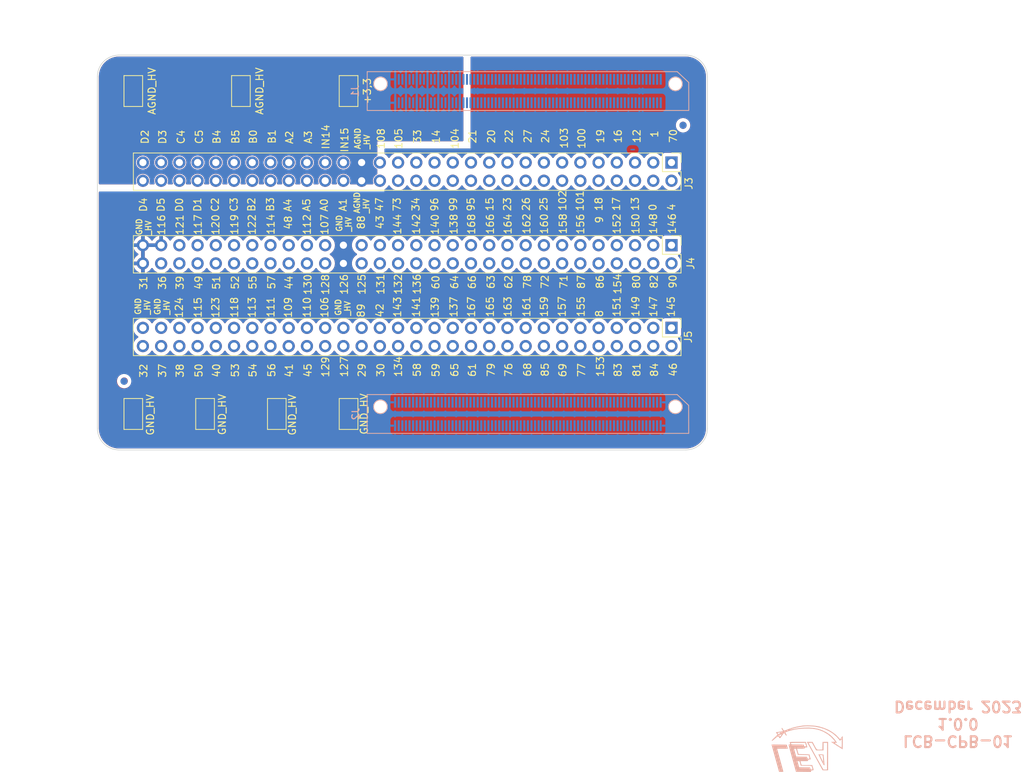
<source format=kicad_pcb>
(kicad_pcb (version 20221018) (generator pcbnew)
  (title_block (date "2023-12-14") (company "LEA Universität Paderborn"))
  (layers (0 "F.Cu" signal) (1 "In1.Cu" signal) (2 "In2.Cu" signal) (31 "B.Cu" signal) (34 "B.Paste" user) (35 "F.Paste" user) (36 "B.SilkS" user "B.Silkscreen") (37 "F.SilkS" user "F.Silkscreen") (38 "B.Mask" user) (39 "F.Mask" user) (44 "Edge.Cuts" user))
  (net 0 "")
  (net 1 "FreePin1")
  (net 2 "FreePin2")
  (net 3 "MCAN_RX|GPIO70")
  (net 4 "MCAN_TX|GPIO4")
  (net 5 "I2CA_SCL|GPIO1")
  (net 6 "I2CA_SDA|GPIO0")
  (net 7 "SCIC_TX|GPIO12")
  (net 8 "SCIC_RX|GPIO13")
  (net 9 "SPIA_MOSI|GPIO16")
  (net 10 "SPIA_MISO|GPIO17")
  (net 11 "SPIA_STEn|GPIO19")
  (net 12 "SPIA_CLK|GPIO18")
  (net 13 "SPIC_MOSI|GPIO100")
  (net 14 "SPIC_MISO|GPIO101")
  (net 15 "SPIC_STEn|GPIO103")
  (net 16 "SPIC_CLK|GPIO102")
  (net 17 "SPIB_MOSI|GPIO24")
  (net 18 "SPIB_MISO|GPIO25")
  (net 19 "SPIB_STEn|GPIO27")
  (net 20 "SPIB_CLK|GPIO26")
  (net 21 "SCIB_TX|GPIO22")
  (net 22 "SCIB_RX|GPIO23")
  (net 23 "GPIO20_nErr1")
  (net 24 "GPIO15_Err1")
  (net 25 "GPIO21_nErr2")
  (net 26 "GPIO95_Err2")
  (net 27 "GPIO104_nErr3")
  (net 28 "GPIO99_Err3")
  (net 29 "GPIO14_nErr4")
  (net 30 "GPIO96_Err4")
  (net 31 "GPIO33")
  (net 32 "GPIO34")
  (net 33 "ENET_MDIO_CLK|GPIO105")
  (net 34 "ENET_RMII_CLK|GPIO73")
  (net 35 "ENET_MII_INTR|GPIO108")
  (net 36 "ENET_PPSO|GPIO47")
  (net 37 "ENET_MDIO_DATA|GPIO106")
  (net 38 "ENET_REVMII_MDIO_RST|GPIO107")
  (net 39 "ENET_MII_COL|GPIO110")
  (net 40 "ENET_MII_CRS|GPIO109")
  (net 41 "ENET_MII_RX_CLK|GPIO111")
  (net 42 "ENET_MII_RX_Data0|GPIO114")
  (net 43 "ENET_MII_RX_ERR|GPIO113")
  (net 44 "ENET_MII_TX_Data1|GPIO122")
  (net 45 "ENET_MII_TX_EN|GPIO118")
  (net 46 "ENET_MII_TX_ERR|GPIO119")
  (net 47 "ENET_MII_TX_Data2|GPIO123")
  (net 48 "ENET_MII_TX_CLK|GPIO120")
  (net 49 "ENET_MII_RX_Data1|GPIO115")
  (net 50 "ENET_MII_RX_Data3|GPIO117")
  (net 51 "ENET_MII_TX_Data3|GPIO124")
  (net 52 "ENET_MII_TX_Data0|GPIO121")
  (net 53 "ENET_CLK_25MHz")
  (net 54 "ENET_MII_RX_Data2|GPIO116")
  (net 55 "FreePin3")
  (net 56 "FreePin4")
  (net 57 "FreePin5")
  (net 58 "FreePin6")
  (net 59 "FreePin7")
  (net 60 "FreePin8")
  (net 61 "ADC_IN15_N")
  (net 62 "ADC_A1_N")
  (net 63 "ADC_IN14_P")
  (net 64 "ADC_A0_P")
  (net 65 "ADC_A3_N")
  (net 66 "ADC_A5_N")
  (net 67 "ADC_A2_P")
  (net 68 "ADC_A4_P")
  (net 69 "ADC_B1_N")
  (net 70 "ADC_B3_N")
  (net 71 "ADC_B0_P")
  (net 72 "ADC_B2_P")
  (net 73 "ADC_B5_N")
  (net 74 "ADC_C3_N")
  (net 75 "ADC_B4_P")
  (net 76 "ADC_C2_P")
  (net 77 "ADC_C5_N")
  (net 78 "ADC_D1_N")
  (net 79 "ADC_C4_P")
  (net 80 "ADC_D0_P")
  (net 81 "ADC_D3_N")
  (net 82 "ADC_D5_N")
  (net 83 "ADC_D2_P")
  (net 84 "ADC_D4_P")
  (net 85 "EPWM1A|GPIO145")
  (net 86 "EPWM1B|GPIO146")
  (net 87 "EPWM2A|GPIO147")
  (net 88 "EPWM2B|GPIO148")
  (net 89 "EPWM3B|GPIO150")
  (net 90 "EPWM4A|GPIO151")
  (net 91 "EPWM4B|GPIO152")
  (net 92 "EPWM5A|GPIO8")
  (net 93 "EPWM5B|GPIO9")
  (net 94 "EPWM6A|GPIO155")
  (net 95 "EPWM6B|GPIO156")
  (net 96 "EPWM7A|GPIO157")
  (net 97 "EPWM7B|GPIO158")
  (net 98 "EPWM8A|GPIO159")
  (net 99 "EPWM8B|GPIO160")
  (net 100 "EPWM9A|GPIO161")
  (net 101 "EPWM9B|GPIO162")
  (net 102 "EPWM10A|GPIO163")
  (net 103 "EPWM10B|GPIO164")
  (net 104 "EPWM11A|GPIO165")
  (net 105 "EPWM11B|GPIO166")
  (net 106 "EPWM12A|GPIO167")
  (net 107 "EPWM12B|GPIO168")
  (net 108 "EPWM13A|GPIO137")
  (net 109 "EPWM13B|GPIO138")
  (net 110 "EPWM14A|GPIO139")
  (net 111 "EPWM14B|GPIO140")
  (net 112 "EPWM15A|GPIO141")
  (net 113 "EPWM15B|GPIO142")
  (net 114 "EPWM16A|GPIO143")
  (net 115 "EPWM16B|GPIO144")
  (net 116 "UARTA_TX|GPIO42")
  (net 117 "UARTA_RX|GPIO43")
  (net 118 "ESC_TX0_DATA2|GPIO89")
  (net 119 "ESC_TX0_DATA1|GPIO88")
  (net 120 "ESC_TX0_DATA3|GPIO90")
  (net 121 "ESC_MDIO_CLK|GPIO46")
  (net 122 "ESC_RX0_DATA2|GPIO82")
  (net 123 "ESC_TX0_ENA|GPIO84")
  (net 124 "ESC_RX0_DATA0|GPIO80")
  (net 125 "ESC_RX0_DATA1|GPIO81")
  (net 126 "ESC_PHY_CLK|GPIO154")
  (net 127 "ESC_RX0_DATA3|GPIO83")
  (net 128 "ESC_PHY0_LINKSTATUS|GPIO86")
  (net 129 "ESC_MDIO_DATA|GPIO153")
  (net 130 "ESC_TX0_DATA0|GPIO87")
  (net 131 "ESC_RX0_CLK|GPIO77")
  (net 132 "ESC_RX1_ERR|GPIO71")
  (net 133 "ESC_RX1_CLK|GPIO69")
  (net 134 "ESC_TX1_DATA3|GPIO72")
  (net 135 "ESC_TX0_CLK|GPIO85")
  (net 136 "ESC_RX0_DV|GPIO78")
  (net 137 "ESC_PHY1_LINKSTATUS|GPIO68")
  (net 138 "ESC_LED_STATE_RUN|GPIO62")
  (net 139 "ESC_PHY_RESETn|GPIO76")
  (net 140 "ESC_RX1_DATA0|GPIO63")
  (net 141 "ESC_RX0_ERR|GPIO79")
  (net 142 "ESC_RX1_DATA3|GPIO66")
  (net 143 "ESC_LED_RUN|GPIO61")
  (net 144 "ESC_RX1_DATA1|GPIO64")
  (net 145 "ESC_RX1_DATA2|GPIO65")
  (net 146 "ESC_LED_ERR|GPIO60")
  (net 147 "ESC_LED_LINK1_ACTIVE|GPIO59")
  (net 148 "ESC_RX1_DV|GPIO136")
  (net 149 "ESC_LED_LINK0_ACTIVE|GPIO58")
  (net 150 "ESC_TX1_DATA1|GPIO132")
  (net 151 "ESC_TX1_DATA2|GPIO134")
  (net 152 "ESC_TX1_DATA0|GPIO131")
  (net 153 "ESC_I2C_SCL|GPIO30")
  (net 154 "ESC_LATCH0|GPIO125")
  (net 155 "ESC_I2C_SDA|GPIO29")
  (net 156 "ESC_LATCH1|GPIO126")
  (net 157 "ESC_SYNC0|GPIO127")
  (net 158 "ESC_SYNC1|GPIO128")
  (net 159 "ESC_TX1_ENA|GPIO129")
  (net 160 "ESC_TX1_CLK|GPIO130")
  (net 161 "GPIO45")
  (net 162 "GPIO44")
  (net 163 "GPIO41")
  (net 164 "SSIA_FSS|GPIO57")
  (net 165 "SSIA_CLK|GPIO56")
  (net 166 "SSIA_RX|GPIO55")
  (net 167 "SSIA_TX|GPIO54")
  (net 168 "GPIO52")
  (net 169 "GPIO53")
  (net 170 "GPIO51")
  (net 171 "GPIO40")
  (net 172 "GPIO49")
  (net 173 "GPIO50")
  (net 174 "CANB_RX|GPIO39")
  (net 175 "CANB_TX|GPIO38")
  (net 176 "CANA_RX|GPIO36")
  (net 177 "CANA_TX|GPIO37")
  (net 178 "CM-I2CA_SDA|GPIO31")
  (net 179 "CM-I2CA_SCL|GPIO32")
  (net 186 "ENET_MII_RX_DV|GPIO112")
  (net 187 "ENET_PPS1|GPIO48")
  (net 188 "P1_CLK_25MHz")
  (net 189 "P0_CLK_25MHz")
  (net 190 "+3V3_Connector_HV")
  (net 191 "GND_HV")
  (net 192 "AGND_HV")
  (net 193 "EPWM3A|GPIO149")
  (footprint "LEA_FootprintLibrary:TestPoint_KeystoneElectronics5019" (layer "F.Cu") (at 115.349522 56.709522 -90)
    (fp_text reference "AGND_HV")
    (fp_text value "TP_Keystone_Electronics_5019" hide)
  )
  (footprint "LEA_FootprintLibrary:PinHeader_2x30_P2.54mm_Vertical" (layer "F.Cu") (at 175.349522 89.709522 -90)
    (fp_text reference "J5")
    (fp_text value "02x30_Row_Letter_Last")
  )
  (footprint "LEA_FootprintLibrary:TestPoint_KeystoneElectronics5019" (layer "F.Cu") (at 100.349522 101.709522 -90)
    (fp_text reference "TP7" hide)
    (fp_text value "TP_Keystone_Electronics_5019" hide)
  )
  (footprint "LEA_FootprintLibrary:Fiducials_medium" (layer "F.Cu") (at 99.089522 97.119522)
    (fp_text reference "O4" hide)
    (fp_text value "Fiducial_medium" hide)
  )
  (footprint "LEA_FootprintLibrary:TestPoint_KeystoneElectronics5019" (layer "F.Cu") (at 130.349522 56.709522 -90)
    (fp_text reference "+3,3")
    (fp_text value "TP_Keystone_Electronics_5019" hide)
  )
  (footprint "LEA_FootprintLibrary:TestPoint_KeystoneElectronics5019" (layer "F.Cu") (at 110.349522 101.709522 -90)
    (fp_text reference "GND_HV")
    (fp_text value "TP_Keystone_Electronics_5019" hide)
  )
  (footprint "LEA_FootprintLibrary:PinHeader_2x30_P2.54mm_Vertical" (layer "F.Cu") (at 175.349522 78.189522 -90)
    (fp_text reference "J4")
    (fp_text value "02x30_Row_Letter_Last" hide)
  )
  (footprint "LEA_FootprintLibrary:Fiducials_medium" (layer "F.Cu") (at 176.959522 61.479522)
    (fp_text reference "O5" hide)
    (fp_text value "Fiducial_medium" hide)
  )
  (footprint "LEA_FootprintLibrary:TestPoint_KeystoneElectronics5019" (layer "F.Cu") (at 130.349522 101.709522 -90)
    (fp_text reference "GND_HV")
    (fp_text value "TP_Keystone_Electronics_5019" hide)
  )
  (footprint "LEA_FootprintLibrary:TestPoint_KeystoneElectronics5019" (layer "F.Cu") (at 100.349522 56.709522 -90)
    (fp_text reference "AGND_HV")
    (fp_text value "TP_Keystone_Electronics_5019" hide)
  )
  (footprint "LEA_FootprintLibrary:PinHeader_2x30_P2.54mm_Vertical" (layer "F.Cu") (at 175.349522 66.669522 -90)
    (fp_text reference "J3")
    (fp_text value "02x30_Row_Letter_Last")
  )
  (footprint "LEA_FootprintLibrary:TestPoint_KeystoneElectronics5019" (layer "F.Cu") (at 120.349522 101.709522 -90)
    (fp_text reference "GND_HV")
    (fp_text value "TP_Keystone_Electronics_5019" hide)
  )
  (footprint "LEA_FootprintLibrary:ERM5-075-05.0-L-DV" (layer "B.Cu") (at 155.349522 56.709522 180)
    (fp_text reference "J1")
    (fp_text value "ERM5-075-05.0-L-DV-K-TR" hide)
  )
  (footprint "LEA_FootprintLibrary:SYM_lea_logo" (layer "B.Cu") (at 193.529522 149.819522)
    (fp_text reference "O1" hide)
    (fp_text value "SYM_LEA_Logo")
  )
  (footprint "LEA_FootprintLibrary:ERM5-075-05.0-L-DV" (layer "B.Cu") (at 155.339522 101.709522 180)
    (fp_text reference "J2")
    (fp_text value "ERM5-075-05.0-L-DV-K-TR" hide)
  )
  (footprint "LEA_FootprintLibrary:Fiducials_medium" (layer "B.Cu") (at 99.059522 97.149522 180)
    (fp_text reference "O2" hide)
    (fp_text value "Fiducial_medium" hide)
  )
  (footprint "LEA_FootprintLibrary:Fiducials_medium" (layer "B.Cu") (at 176.959522 61.479522 180)
    (fp_text reference "O3" hide)
    (fp_text value "Fiducial_medium" hide)
  )
  (gr_line (start 169.719522 64.859522) (end 170.169522 64.859522) (stroke (width 0.2)) (layer "B.Cu"))
  (gr_arc locked (start 180.349522 103.709522) (mid 179.470839 105.830839) (end 177.349522 106.709522) (stroke (width 0.1)) (layer "Edge.Cuts"))
  (gr_arc locked (start 177.349522 51.709522) (mid 179.470831 52.588206) (end 180.349522 54.709522) (stroke (width 0.1)) (layer "Edge.Cuts"))
  (gr_line locked (start 177.349522 51.709522) (end 98.349522 51.709522) (stroke (width 0.1)) (layer "Edge.Cuts"))
  (gr_line locked (start 180.349522 103.709522) (end 180.349522 54.709522) (stroke (width 0.1)) (layer "Edge.Cuts"))
  (gr_arc locked (start 98.349522 106.709522) (mid 96.228191 105.830847) (end 95.349522 103.709522) (stroke (width 0.1)) (layer "Edge.Cuts"))
  (gr_arc locked (start 95.349522 54.709522) (mid 96.228198 52.588198) (end 98.349522 51.709522) (stroke (width 0.1)) (layer "Edge.Cuts"))
  (gr_line locked (start 95.349522 54.709522) (end 95.349522 103.709522) (stroke (width 0.1)) (layer "Edge.Cuts"))
  (gr_line locked (start 98.349522 106.709522) (end 177.349522 106.709522) (stroke (width 0.1)) (layer "Edge.Cuts"))
  (gr_text "LCB-CPB-01\n1.0.0\nDecember 2023" (at 215.279522 144.889522 180) (layer "B.SilkS") (effects (font (size 1.5 1.5) (thickness 0.3)) (justify mirror)))
  (gr_text "GND_HV" (at 102.719522 101.829522 90) (layer "F.SilkS") (effects (font (size 1 1))))
  (gr_text "109" (at 121.939522 88.389522 90) (layer "F.SilkS") (effects (font (size 1 1)) (justify left)))
  (gr_text "139" (at 142.389522 88.339522 90) (layer "F.SilkS") (effects (font (size 1 1)) (justify left)))
  (gr_text "107" (at 127.019522 76.839522 90) (layer "F.SilkS") (effects (font (size 1 1)) (justify left)))
  (gr_text "154" (at 167.839522 85.109522 90) (layer "F.SilkS") (effects (font (size 1 1)) (justify left)))
  (gr_text "18" (at 165.219522 73.509522 90) (layer "F.SilkS") (effects (font (size 1 1)) (justify left)))
  (gr_text " 43" (at 134.719522 76.799522 90) (layer "F.SilkS") (effects (font (size 1 1)) (justify left)))
  (gr_text "30" (at 134.829522 96.639522 90) (layer "F.SilkS") (effects (font (size 1 1)) (justify left)))
  (gr_text " 90" (at 175.539522 85.069522 90) (layer "F.SilkS") (effects (font (size 1 1)) (justify left)))
  (gr_text "40" (at 111.939522 96.699522 90) (layer "F.SilkS") (effects (font (size 1 1)) (justify left)))
  (gr_text "77" (at 162.809522 96.649522 90) (layer "F.SilkS") (effects (font (size 1 1)) (justify left)))
  (gr_text "147" (at 172.839522 88.279522 90) (layer "F.SilkS") (effects (font (size 1 1)) (justify left)))
  (gr_text "121" (at 106.839522 76.879522 90) (layer "F.SilkS") (effects (font (size 1 1)) (justify left)))
  (gr_text "115" (at 109.359522 88.389522 90) (layer "F.SilkS") (effects (font (size 1 1)) (justify left)))
  (gr_text "34" (at 139.719522 73.539522 90) (layer "F.SilkS") (effects (font (size 1 1)) (justify left)))
  (gr_text " C4" (at 106.999522 64.949522 90) (layer "F.SilkS") (effects (font (size 1 1)) (justify left)))
  (gr_text "47" (at 134.649522 73.559522 90) (layer "F.SilkS") (effects (font (size 1 1)) (justify left)))
  (gr_text "23" (at 152.479522 73.529522 90) (layer "F.SilkS") (effects (font (size 1 1)) (justify left)))
  (gr_text "68" (at 155.279522 96.589522 90) (layer "F.SilkS") (effects (font (size 1 1)) (justify left)))
  (gr_text "130" (at 124.669522 85.199522 90) (layer "F.SilkS") (effects (font (size 1 1)) (justify left)))
  (gr_text "79" (at 150.199522 96.609522 90) (layer "F.SilkS") (effects (font (size 1 1)) (justify left)))
  (gr_text "GND\n_HV" (at 129.559522 88.089522 90) (layer "F.SilkS") (effects (font (size 0.8 0.75)) (justify left)))
  (gr_text " 60" (at 142.499522 85.169522 90) (layer "F.SilkS") (effects (font (size 1 1)) (justify left)))
  (gr_text "17" (at 167.669522 73.509522 90) (layer "F.SilkS") (effects (font (size 1 1)) (justify left)))
  (gr_text "53" (at 114.559522 96.679522 90) (layer "F.SilkS") (effects (font (size 1 1)) (justify left)))
  (gr_text " A2" (at 122.109522 64.929522 90) (layer "F.SilkS") (effects (font (size 1 1)) (justify left)))
  (gr_text "120" (at 111.829522 76.859522 90) (layer "F.SilkS") (effects (font (size 1 1)) (justify left)))
  (gr_text "113" (at 116.889522 88.369522 90) (layer "F.SilkS") (effects (font (size 1 1)) (justify left)))
  (gr_text "8" (at 165.299522 88.289522 90) (layer "F.SilkS") (effects (font (size 1 1)) (justify left)))
  (gr_text "85" (at 157.729522 96.589522 90) (layer "F.SilkS") (effects (font (size 1 1)) (justify left)))
  (gr_text "AGND\n_HV" (at 132.169522 73.829522 90) (layer "F.SilkS") (effects (font (size 0.8 0.75)) (justify left)))
  (gr_text "32" (at 101.789522 96.739522 90) (layer "F.SilkS") (effects (font (size 1 1)) (justify left)))
  (gr_text "119\n" (at 114.449522 76.839522 90) (layer "F.SilkS") (effects (font (size 1 1)) (justify left)))
  (gr_text " 21" (at 147.629522 64.859522 90) (layer "F.SilkS") (effects (font (size 1 1)) (justify left)))
  (gr_text "GND\n_HV" (at 129.699522 76.379522 90) (layer "F.SilkS") (effects (font (size 0.8 0.75) (thickness 0.15) bold) (justify left)))
  (gr_text "73" (at 137.099522 73.559522 90) (layer "F.SilkS") (effects (font (size 1 1)) (justify left)))
  (gr_text "15" (at 150.019522 73.529522 90) (layer "F.SilkS") (effects (font (size 1 1)) (justify left)))
  (gr_text " B5" (at 114.609522 64.909522 90) (layer "F.SilkS") (effects (font (size 1 1)) (justify left)))
  (gr_text " B4" (at 111.989522 64.929522 90) (layer "F.SilkS") (effects (font (size 1 1)) (justify left)))
  (gr_text "D0" (at 106.769522 73.639522 90) (layer "F.SilkS") (effects (font (size 1 1)) (justify left)))
  (gr_text "46" (at 175.579522 96.589522 90) (layer "F.SilkS") (effects (font (size 1 1)) (justify left)))
  (gr_text "111" (at 119.509522 88.349522 90) (layer "F.SilkS") (effects (font (size 1 1)) (justify left)))
  (gr_text "127" (at 129.749522 96.659522 90) (layer "F.SilkS") (effects (font (size 1 1)) (justify left)))
  (gr_text "50" (at 109.479522 96.699522 90) (layer "F.SilkS") (effects (font (size 1 1)) (justify left)))
  (gr_text "C3" (at 114.379522 73.599522 90) (layer "F.SilkS") (effects (font (size 1 1)) (justify left)))
  (gr_text " D3" (at 104.429522 64.949522 90) (layer "F.SilkS") (effects (font (size 1 1)) (justify left)))
  (gr_text "58" (at 139.899522 96.619522 90) (layer "F.SilkS") (effects (font (size 1 1)) (justify left)))
  (gr_text " 88" (at 132.099522 76.819522 90) (layer "F.SilkS") (effects (font (size 1 1)) (justify left)))
  (gr_text "153" (at 165.429522 96.629522 90) (layer "F.SilkS") (effects (font (size 1 1)) (justify left)))
  (gr_text "D5" (at 104.199522 73.639522 90) (layer "F.SilkS") (effects (font (size 1 1)) (justify left)))
  (gr_text "D4" (at 101.749522 73.629522 90) (layer "F.SilkS") (effects (font (size 1 1)) (justify left)))
  (gr_text " D2" (at 101.979522 64.939522 90) (layer "F.SilkS") (effects (font (size 1 1)) (justify left)))
  (gr_text "96" (at 142.329522 73.569522 90) (layer "F.SilkS") (effects (font (size 1 1)) (justify left)))
  (gr_text " 12" (at 170.519522 64.799522 90) (layer "F.SilkS") (effects (font (size 1 1)) (justify left)))
  (gr_text "GND\n_HV" (at 101.819522 76.869522 90) (layer "F.SilkS") (effects (font (size 0.8 0.75)) (justify left)))
  (gr_text "0" (at 172.749522 73.489522 90) (layer "F.SilkS") (effects (font (size 1 1)) (justify left)))
  (gr_text " 16" (at 167.899522 64.819522 90) (layer "F.SilkS") (effects (font (size 1 1)) (justify left)))
  (gr_text " 78" (at 155.269522 85.109522 90) (layer "F.SilkS") (effects (font (size 1 1)) (justify left)))
  (gr_text " 51	" (at 111.929522 85.219522 90) (layer "F.SilkS") (effects (font (size 1 1)) (justify left)))
  (gr_text "128" (at 127.119522 85.199522 90) (layer "F.SilkS") (effects (font (size 1 1)) (justify left)))
  (gr_text " 55" (at 116.999522 85.199522 90) (layer "F.SilkS") (effects (font (size 1 1)) (justify left)))
  (gr_text "118" (at 114.439522 88.369522 90) (layer "F.SilkS") (effects (font (size 1 1)) (justify left)))
  (gr_text "38" (at 106.859522 96.719522 90) (layer "F.SilkS") (effects (font (size 1 1)) (justify left)))
  (gr_text "A0" (at 126.949522 73.599522 90) (layer "F.SilkS") (effects (font (size 1 1)) (justify left)))
  (gr_text "99" (at 144.949522 73.549522 90) (layer "F.SilkS") (effects (font (size 1 1)) (justify left)))
  (gr_text "131" (at 134.819522 85.159522 90) (layer "F.SilkS") (effects (font (size 1 1)) (justify left)))
  (gr_text "A1" (at 129.569522 73.579522 90) (layer "F.SilkS") (effects (font (size 1 1)) (justify left)))
  (gr_text "157" (at 160.099522 88.279522 90) (layer "F.SilkS") (effects (font (size 1 1)) (justify left)))
  (gr_text "100" (at 162.829522 64.839522 90) (layer "F.SilkS") (effects (font (size 1 1)) (justify left)))
  (gr_text "61" (at 147.579522 96.629522 90) (layer "F.SilkS") (effects (font (size 1 1)) (justify left)))
  (gr_text "B3" (at 119.449522 73.579522 90) (layer "F.SilkS") (effects (font (size 1 1)) (justify left)))
  (gr_text "129" (at 127.129522 96.679522 90) (layer "F.SilkS") (effects (font (size 1 1)) (justify left)))
  (gr_text " 44" (at 122.049522 85.219522 90) (layer "F.SilkS") (effects (font (size 1 1)) (justify left)))
  (gr_text " 49" (at 109.469522 85.219522 90) (layer "F.SilkS") (effects (font (size 1 1)) (justify left)))
  (gr_text "37" (at 104.409522 96.719522 90) (layer "F.SilkS") (effects (font (size 1 1)) (justify left)))
  (gr_text "159" (at 157.609522 88.279522 90) (layer "F.SilkS") (effects (font (size 1 1)) (justify left)))
  (gr_text "81" (at 170.499522 96.609522 90) (layer "F.SilkS") (effects (font (size 1 1)) (justify left)))
  (gr_text "41" (at 122.059522 96.699522 90) (layer "F.SilkS") (effects (font (size 1 1)) (justify left)))
  (gr_text "89" (at 132.089522 88.349522 90) (layer "F.SilkS") (effects (font (size 1 1)) (justify left)))
  (gr_text "125" (at 132.199522 85.179522 90) (layer "F.SilkS") (effects (font (size 1 1)) (justify left)))
  (gr_text " 82" (at 172.919522 85.089522 90) (layer "F.SilkS") (effects (font (size 1 1)) (justify left)))
  (gr_text " 20" (at 150.249522 64.839522 90) (layer "F.SilkS") (effects (font (size 1 1)) (justify left)))
  (gr_text "136" (at 139.889522 85.139522 90) (layer "F.SilkS") (effects (font (size 1 1)) (justify left)))
  (gr_text "69" (at 160.189522 96.659522 90) (layer "F.SilkS") (effects (font (size 1 1)) (justify left)))
  (gr_text " B0" (at 117.059522 64.909522 90) (layer "F.SilkS") (effects (font (size 1 1)) (justify left)))
  (gr_text "4" (at 175.369522 73.469522 90) (layer "F.SilkS") (effects (font (size 1 1)) (justify left)))
  (gr_text " 31" (at 101.779522 85.259522 90) (layer "F.SilkS") (effects (font (size 1 1)) (justify left)))
  (gr_text "108" (at 134.879522 64.869522 90) (layer "F.SilkS") (effects (font (size 1 1)) (justify left)))
  (gr_text " 19" (at 165.449522 64.819522 90) (layer "F.SilkS") (effects (font (size 1 1)) (justify left)))
  (gr_text "124" (at 106.739522 88.409522 90) (layer "F.SilkS") (effects (font (size 1 1)) (justify left)))
  (gr_text "101" (at 162.599522 73.529522 90) (layer "F.SilkS") (effects (font (size 1 1)) (justify left)))
  (gr_text " 72" (at 157.719522 85.109522 90) (layer "F.SilkS") (effects (font (size 1 1)) (justify left)))
  (gr_text "  9" (at 165.289522 76.749522 90) (layer "F.SilkS") (effects (font (size 1 1)) (justify left)))
  (gr_text "C2" (at 111.759522 73.619522 90) (layer "F.SilkS") (effects (font (size 1 1)) (justify left)))
  (gr_text "168" (at 147.469522 76.789522 90) (layer "F.SilkS") (effects (font (size 1 1)) (justify left)))
  (gr_text "83" (at 167.879522 96.629522 90) (layer "F.SilkS") (effects (font (size 1 1)) (justify left)))
  (gr_text " 39" (at 106.849522 85.239522 90) (layer "F.SilkS") (effects (font (size 1 1)) (justify left)))
  (gr_text " 70" (at 175.599522 64.779522 90) (layer "F.SilkS") (effects (font (size 1 1)) (justify left)))
  (gr_text "126" (at 129.739522 85.179522 90) (layer "F.SilkS") (effects (font (size 1 1)) (justify left)))
  (gr_text "140" (at 142.399522 76.809522 90) (layer "F.SilkS") (effects (font (size 1 1)) (justify left)))
  (gr_text "144" (at 137.169522 76.799522 90) (layer "F.SilkS") (effects (font (size 1 1)) (justify left)))
  (gr_text "GND\n_HV" (at 101.659522 87.949522 90) (layer "F.SilkS") (effects (font (size 0.8 0.75) (thickness 0.15) bold) (justify left)))
  (gr_text "13" (at 170.289522 73.489522 90) (layer "F.SilkS") (effects (font (size 1 1)) (justify left)))
  (gr_text "152" (at 167.739522 76.749522 90) (layer "F.SilkS") (effects (font (size 1 1)) (justify left)))
  (gr_text "76" (at 152.659522 96.609522 90) (layer "F.SilkS") (effects (font (size 1 1)) (justify left)))
  (gr_text "167" (at 147.459522 88.319522 90) (layer "F.SilkS") (effects (font (size 1 1)) (justify left)))
  (gr_text " 14" (at 142.559522 64.879522 90) (layer "F.SilkS") (effects (font (size 1 1)) (justify left)))
  (gr_text "114" (at 119.519522 76.819522 90) (layer "F.SilkS") (effects (font (size 1 1)) (justify left)))
  (gr_text " 87" (at 162.769522 85.129522 90) (layer "F.SilkS") (effects (font (size 1 1)) (justify left)))
  (gr_text "158" (at 160.239522 76.729522 90) (layer "F.SilkS") (effects (font (size 1 1)) (justify left)))
  (gr_text "GND\n_HV" (at 104.369522 87.979522 90) (layer "F.SilkS") (effects (font (size 0.8 0.75) (thickness 0.15) bold) (justify left)))
  (gr_text "142" (at 139.789522 76.779522 90) (layer "F.SilkS") (effects (font (size 1 1)) (justify left)))
  (gr_text "95" (at 147.399522 73.549522 90) (layer "F.SilkS") (effects (font (size 1 1)) (justify left)))
  (gr_text "54" (at 117.009522 96.679522 90) (layer "F.SilkS") (effects (font (size 1 1)) (justify left)))
  (gr_text " 57" (at 119.619522 85.179522 90) (layer "F.SilkS") (effects (font (size 1 1)) (justify left)))
  (gr_text "IN15" (at 129.799522 65.339522 90) (layer "F.SilkS") (effects (font (size 1 1)) (justify left)))
  (gr_text " 86" (at 165.389522 85.109522 90) (layer "F.SilkS") (effects (font (size 1 1)) (justify left)))
  (gr_text " 80" (at 170.459522 85.089522 90) (layer "F.SilkS") (effects (font (size 1 1)) (justify left)))
  (gr_text "A4" (at 121.879522 73.619522 90) (layer "F.SilkS") (effects (font (size 1 1)) (justify left)))
  (gr_text "151" (at 167.729522 88.259522 90) (layer "F.SilkS") (effects (font (size 1 1)) (justify left)))
  (gr_text "  1" (at 172.979522 64.799522 90) (layer "F.SilkS") (effects (font (size 1 1)) (justify left)))
  (gr_text "160" (at 157.619522 76.749522 90) (layer "F.SilkS") (effects (font (size 1 1)) (justify left)))
  (gr_text " 33" (at 139.949522 64.849522 90) (layer "F.SilkS") (effects (font (size 1 1)) (justify left)))
  (gr_text "143" (at 137.159522 88.329522 90) (layer "F.SilkS") (effects (font (size 1 1)) (justify left)))
  (gr_text " 62" (at 152.649522 85.129522 90) (layer "F.SilkS") (effects (font (size 1 1)) (justify left)))
  (gr_text "B2" (at 116.829522 73.599522 90) (layer "F.SilkS") (effects (font (size 1 1)) (justify left)))
  (gr_text "104" (at 145.179522 64.859522 90) (layer "F.SilkS") (effects (font (size 1 1)) (justify left)))
  (gr_text "122" (at 116.899522 76.839522 90) (layer "F.SilkS") (effects (font (size 1 1)) (justify left)))
  (gr_text "166" (at 150.089522 76.769522 90) (layer "F.SilkS") (effects (font (size 1 1)) (justify left)))
  (gr_text "164" (at 152.549522 76.769522 90) (layer "F.SilkS") (effects (font (size 1 1)) (justify left)))
  (gr_text " A3" (at 124.729522 64.909522 90) (layer "F.SilkS") (effects (font (size 1 1)) (justify left)))
  (gr_text "163" (at 152.539522 88.299522 90) (layer "F.SilkS") (effects (font (size 1 1)) (justify left)))
  (gr_text "26" (at 155.099522 73.509522 90) (layer "F.SilkS") (effects (font (size 1 1)) (justify left)))
  (gr_text "148" (at 172.819522 76.729522 90) (layer "F.SilkS") (effects (font (size 1 1)) (justify left)))
  (gr_text " 27" (at 155.329522 64.819522 90) (layer "F.SilkS") (effects (font (size 1 1)) (justify left)))
  (gr_text " 66" (at 147.569522 85.149522 90) (layer "F.SilkS") (effects (font (size 1 1)) (justify left)))
  (gr_text " B1" (at 119.679522 64.889522 90) (layer "F.SilkS") (effects (font (size 1 1)) (justify left)))
  (gr_text "102" (at 160.169522 73.489522 90) (layer "F.SilkS") (effects (font (size 1 1)) (justify left)))
  (gr_text "123" (at 111.819522 88.389522 90) (layer "F.SilkS") (effects (font (size 1 1)) (justify left)))
  (gr_text "65" (at 145.129522 96.629522 90) (layer "F.SilkS") (effects (font (size 1 1)) (justify left)))
  (gr_text " 22" (at 152.709522 64.839522 90) (layer "F.SilkS") (effects (font (size 1 1)) (justify left)))
  (gr_text "162" (at 155.169522 76.749522 90) (layer "F.SilkS") (effects (font (size 1 1)) (justify left)))
  (gr_text "42" (at 134.709522 88.329522 90) (layer "F.SilkS") (effects (font (size 1 1)) (justify left)))
  (gr_text "110" (at 124.559522 88.369522 90) (layer "F.SilkS") (effects (font (size 1 1)) (justify left)))
  (gr_text "117" (at 109.369522 76.859522 90) (layer "F.SilkS") (effects (font (size 1 1)) (justify left)))
  (gr_text " 36" (at 104.399522 85.239522 90) (layer "F.SilkS") (effects (font (size 1 1)) (justify left)))
  (gr_text " 24" (at 157.779522 64.819522 90) (layer "F.SilkS") (effects (font (size 1 1)) (justify left)))
  (gr_text " 63" (at 150.189522 85.129522 90) (layer "F.SilkS") (effects (font (size 1 1)) (justify left)))
  (gr_text " C5" (at 109.529522 64.929522 90) (layer "F.SilkS") (effects (font (size 1 1)) (justify left)))
  (gr_text " 64" (at 145.119522 85.149522 90) (layer "F.SilkS") (effects (font (size 1 1)) (justify left)))
  (gr_text "161" (at 155.159522 88.279522 90) (layer "F.SilkS") (effects (font (size 1 1)) (justify left)))
  (gr_text "103" (at 160.399522 64.799522 90) (layer "F.SilkS") (effects (font (size 1 1)) (justify left)))
  (gr_text "56" (at 119.629522 96.659522 90) (layer "F.SilkS") (effects (font (size 1 1)) (justify left)))
  (gr_text "145" (at 175.289522 88.279522 90) (layer "F.SilkS") (effects (font (size 1 1)) (justify left)))
  (gr_text "155" (at 162.729522 88.279522 90) (layer "F.SilkS") (effects (font (size 1 1)) (justify left)))
  (gr_text "116" (at 104.269522 76.879522 90) (layer "F.SilkS") (effects (font (size 1 1)) (justify left)))
  (gr_text "D1" (at 109.299522 73.619522 90) (layer "F.SilkS") (effects (font (size 1 1)) (justify left)))
  (gr_text " 71" (at 160.339522 85.089522 90) (layer "F.SilkS") (effects (font (size 1 1)) (justify left)))
  (gr_text "105" (at 137.329522 64.869522 90) (layer "F.SilkS") (effects (font (size 1 1)) (justify left)))
  (gr_text "106" (at 127.009522 88.369522 90) (layer "F.SilkS") (effects (font (size 1 1)) (justify left)))
  (gr_text "25" (at 157.549522 73.509522 90) (layer "F.SilkS") (effects (font (size 1 1)) (justify left)))
  (gr_text "138" (at 145.019522 76.789522 90) (layer "F.SilkS") (effects (font (size 1 1)) (justify left)))
  (gr_text "84" (at 172.959522 96.609522 90) (layer "F.SilkS") (effects (font (size 1 1)) (justify left)))
  (gr_text "149" (at 170.349522 88.259522 90) (layer "F.SilkS") (effects (font (size 1 1)) (justify left)))
  (gr_text "IN14" (at 127.179522 64.909522 90) (layer "F.SilkS") (effects (font (size 1 1)) (justify left)))
  (gr_text "137" (at 145.009522 88.319522 90) (layer "F.SilkS") (effects (font (size 1 1)) (justify left)))
  (gr_text "134" (at 137.279522 96.639522 90) (layer "F.SilkS") (effects (font (size 1 1)) (justify left)))
  (gr_text "150" (at 170.359522 76.729522 90) (layer "F.SilkS") (effects (font (size 1 1)) (justify left)))
  (gr_text "59" (at 142.509522 96.649522 90) (layer "F.SilkS") (effects (font (size 1 1)) (justify left)))
  (gr_text "156" (at 162.669522 76.769522 90) (layer "F.SilkS") (effects (font (size 1 1)) (justify left)))
  (gr_text "146" (at 175.439522 76.709522 90) (layer "F.SilkS") (effects (font (size 1 1)) (justify left)))
  (gr_text "29" (at 132.209522 96.659522 90) (layer "F.SilkS") (effects (font (size 1 1)) (justify left)))
  (gr_text " 48" (at 121.949522 76.859522 90) (layer "F.SilkS") (effects (font (size 1 1)) (justify left)))
  (gr_text "112" (at 124.569522 76.839522 90) (layer "F.SilkS") (effects (font (size 1 1)) (justify left)))
  (gr_text "A5" (at 124.499522 73.599522 90) (layer "F.SilkS") (effects (font (size 1 1)) (justify left)))
  (gr_text "45" (at 124.679522 96.679522 90) (layer "F.SilkS") (effects (font (size 1 1)) (justify left)))
  (gr_text "AGND\n_HV" (at 132.259522 64.889522 90) (layer "F.SilkS") (effects (font (size 0.8 0.75)) (justify left)))
  (gr_text "132" (at 137.269522 85.159522 90) (layer "F.SilkS") (effects (font (size 1 1)) (justify left)))
  (gr_text "141" (at 139.779522 88.309522 90) (layer "F.SilkS") (effects (font (size 1 1)) (justify left)))
  (gr_text " 52" (at 114.549522 85.199522 90) (layer "F.SilkS") (effects (font (size 1 1)) (justify left)))
  (gr_text "165" (at 150.079522 88.299522 90) (layer "F.SilkS") (effects (font (size 1 1)) (justify left)))
  (zone (net 191) (net_name "GND_HV") (layers "F.Cu" "In1.Cu" "In2.Cu" "B.Cu") (connect_pads (clearance 0.508)) (min_thickness 0.25) (fill yes (thermal_gap 0.5) (thermal_bridge_width 0.5))
    (polygon (pts (xy 135.349522 70.709522) (xy 135.349522 64.709522) (xy 147.349522 64.709522) (xy 147.349522 51.709522) (xy 181.349522 51.709522) (xy 181.349522 106.709522) (xy 95.339522 106.789522) (xy 95.349522 70.709522)))
  )
  (zone (net 192) (net_name "AGND_HV") (layers "F.Cu" "In1.Cu" "In2.Cu" "B.Cu") (priority 1) (connect_pads (clearance 0)) (min_thickness 0.25) (fill yes (thermal_gap 0.5) (thermal_bridge_width 0.5))
    (polygon (pts (xy 95.349522 69.709522) (xy 95.349522 51.709522) (xy 146.349522 51.709522) (xy 146.349522 63.709522) (xy 134.349522 63.709522) (xy 134.349522 69.709522)))
  )
)
</source>
